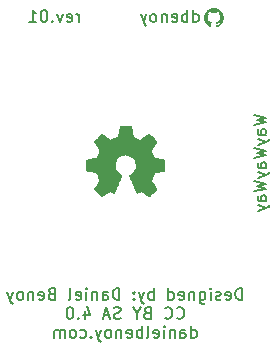
<source format=gbr>
%TF.GenerationSoftware,KiCad,Pcbnew,8.0.4*%
%TF.CreationDate,2024-08-30T21:23:55-04:00*%
%TF.ProjectId,thumbstick-breakout,7468756d-6273-4746-9963-6b2d62726561,rev.01*%
%TF.SameCoordinates,Original*%
%TF.FileFunction,Legend,Bot*%
%TF.FilePolarity,Positive*%
%FSLAX46Y46*%
G04 Gerber Fmt 4.6, Leading zero omitted, Abs format (unit mm)*
G04 Created by KiCad (PCBNEW 8.0.4) date 2024-08-30 21:23:55*
%MOMM*%
%LPD*%
G01*
G04 APERTURE LIST*
%ADD10C,0.150000*%
%ADD11C,0.000000*%
%ADD12C,0.010000*%
G04 APERTURE END LIST*
D10*
X160869819Y-95741541D02*
X161869819Y-95979636D01*
X161869819Y-95979636D02*
X161155533Y-96170112D01*
X161155533Y-96170112D02*
X161869819Y-96360588D01*
X161869819Y-96360588D02*
X160869819Y-96598684D01*
X161869819Y-97408207D02*
X161346009Y-97408207D01*
X161346009Y-97408207D02*
X161250771Y-97360588D01*
X161250771Y-97360588D02*
X161203152Y-97265350D01*
X161203152Y-97265350D02*
X161203152Y-97074874D01*
X161203152Y-97074874D02*
X161250771Y-96979636D01*
X161822200Y-97408207D02*
X161869819Y-97312969D01*
X161869819Y-97312969D02*
X161869819Y-97074874D01*
X161869819Y-97074874D02*
X161822200Y-96979636D01*
X161822200Y-96979636D02*
X161726961Y-96932017D01*
X161726961Y-96932017D02*
X161631723Y-96932017D01*
X161631723Y-96932017D02*
X161536485Y-96979636D01*
X161536485Y-96979636D02*
X161488866Y-97074874D01*
X161488866Y-97074874D02*
X161488866Y-97312969D01*
X161488866Y-97312969D02*
X161441247Y-97408207D01*
X161203152Y-97789160D02*
X161869819Y-98027255D01*
X161203152Y-98265350D02*
X161869819Y-98027255D01*
X161869819Y-98027255D02*
X162107914Y-97932017D01*
X162107914Y-97932017D02*
X162155533Y-97884398D01*
X162155533Y-97884398D02*
X162203152Y-97789160D01*
X160869819Y-98551065D02*
X161869819Y-98789160D01*
X161869819Y-98789160D02*
X161155533Y-98979636D01*
X161155533Y-98979636D02*
X161869819Y-99170112D01*
X161869819Y-99170112D02*
X160869819Y-99408208D01*
X161869819Y-100217731D02*
X161346009Y-100217731D01*
X161346009Y-100217731D02*
X161250771Y-100170112D01*
X161250771Y-100170112D02*
X161203152Y-100074874D01*
X161203152Y-100074874D02*
X161203152Y-99884398D01*
X161203152Y-99884398D02*
X161250771Y-99789160D01*
X161822200Y-100217731D02*
X161869819Y-100122493D01*
X161869819Y-100122493D02*
X161869819Y-99884398D01*
X161869819Y-99884398D02*
X161822200Y-99789160D01*
X161822200Y-99789160D02*
X161726961Y-99741541D01*
X161726961Y-99741541D02*
X161631723Y-99741541D01*
X161631723Y-99741541D02*
X161536485Y-99789160D01*
X161536485Y-99789160D02*
X161488866Y-99884398D01*
X161488866Y-99884398D02*
X161488866Y-100122493D01*
X161488866Y-100122493D02*
X161441247Y-100217731D01*
X161203152Y-100598684D02*
X161869819Y-100836779D01*
X161203152Y-101074874D02*
X161869819Y-100836779D01*
X161869819Y-100836779D02*
X162107914Y-100741541D01*
X162107914Y-100741541D02*
X162155533Y-100693922D01*
X162155533Y-100693922D02*
X162203152Y-100598684D01*
X160869819Y-101360589D02*
X161869819Y-101598684D01*
X161869819Y-101598684D02*
X161155533Y-101789160D01*
X161155533Y-101789160D02*
X161869819Y-101979636D01*
X161869819Y-101979636D02*
X160869819Y-102217732D01*
X161869819Y-103027255D02*
X161346009Y-103027255D01*
X161346009Y-103027255D02*
X161250771Y-102979636D01*
X161250771Y-102979636D02*
X161203152Y-102884398D01*
X161203152Y-102884398D02*
X161203152Y-102693922D01*
X161203152Y-102693922D02*
X161250771Y-102598684D01*
X161822200Y-103027255D02*
X161869819Y-102932017D01*
X161869819Y-102932017D02*
X161869819Y-102693922D01*
X161869819Y-102693922D02*
X161822200Y-102598684D01*
X161822200Y-102598684D02*
X161726961Y-102551065D01*
X161726961Y-102551065D02*
X161631723Y-102551065D01*
X161631723Y-102551065D02*
X161536485Y-102598684D01*
X161536485Y-102598684D02*
X161488866Y-102693922D01*
X161488866Y-102693922D02*
X161488866Y-102932017D01*
X161488866Y-102932017D02*
X161441247Y-103027255D01*
X161203152Y-103408208D02*
X161869819Y-103646303D01*
X161203152Y-103884398D02*
X161869819Y-103646303D01*
X161869819Y-103646303D02*
X162107914Y-103551065D01*
X162107914Y-103551065D02*
X162155533Y-103503446D01*
X162155533Y-103503446D02*
X162203152Y-103408208D01*
X155734649Y-87869819D02*
X155734649Y-86869819D01*
X155734649Y-87822200D02*
X155829887Y-87869819D01*
X155829887Y-87869819D02*
X156020363Y-87869819D01*
X156020363Y-87869819D02*
X156115601Y-87822200D01*
X156115601Y-87822200D02*
X156163220Y-87774580D01*
X156163220Y-87774580D02*
X156210839Y-87679342D01*
X156210839Y-87679342D02*
X156210839Y-87393628D01*
X156210839Y-87393628D02*
X156163220Y-87298390D01*
X156163220Y-87298390D02*
X156115601Y-87250771D01*
X156115601Y-87250771D02*
X156020363Y-87203152D01*
X156020363Y-87203152D02*
X155829887Y-87203152D01*
X155829887Y-87203152D02*
X155734649Y-87250771D01*
X155258458Y-87869819D02*
X155258458Y-86869819D01*
X155258458Y-87250771D02*
X155163220Y-87203152D01*
X155163220Y-87203152D02*
X154972744Y-87203152D01*
X154972744Y-87203152D02*
X154877506Y-87250771D01*
X154877506Y-87250771D02*
X154829887Y-87298390D01*
X154829887Y-87298390D02*
X154782268Y-87393628D01*
X154782268Y-87393628D02*
X154782268Y-87679342D01*
X154782268Y-87679342D02*
X154829887Y-87774580D01*
X154829887Y-87774580D02*
X154877506Y-87822200D01*
X154877506Y-87822200D02*
X154972744Y-87869819D01*
X154972744Y-87869819D02*
X155163220Y-87869819D01*
X155163220Y-87869819D02*
X155258458Y-87822200D01*
X153972744Y-87822200D02*
X154067982Y-87869819D01*
X154067982Y-87869819D02*
X154258458Y-87869819D01*
X154258458Y-87869819D02*
X154353696Y-87822200D01*
X154353696Y-87822200D02*
X154401315Y-87726961D01*
X154401315Y-87726961D02*
X154401315Y-87346009D01*
X154401315Y-87346009D02*
X154353696Y-87250771D01*
X154353696Y-87250771D02*
X154258458Y-87203152D01*
X154258458Y-87203152D02*
X154067982Y-87203152D01*
X154067982Y-87203152D02*
X153972744Y-87250771D01*
X153972744Y-87250771D02*
X153925125Y-87346009D01*
X153925125Y-87346009D02*
X153925125Y-87441247D01*
X153925125Y-87441247D02*
X154401315Y-87536485D01*
X153496553Y-87203152D02*
X153496553Y-87869819D01*
X153496553Y-87298390D02*
X153448934Y-87250771D01*
X153448934Y-87250771D02*
X153353696Y-87203152D01*
X153353696Y-87203152D02*
X153210839Y-87203152D01*
X153210839Y-87203152D02*
X153115601Y-87250771D01*
X153115601Y-87250771D02*
X153067982Y-87346009D01*
X153067982Y-87346009D02*
X153067982Y-87869819D01*
X152448934Y-87869819D02*
X152544172Y-87822200D01*
X152544172Y-87822200D02*
X152591791Y-87774580D01*
X152591791Y-87774580D02*
X152639410Y-87679342D01*
X152639410Y-87679342D02*
X152639410Y-87393628D01*
X152639410Y-87393628D02*
X152591791Y-87298390D01*
X152591791Y-87298390D02*
X152544172Y-87250771D01*
X152544172Y-87250771D02*
X152448934Y-87203152D01*
X152448934Y-87203152D02*
X152306077Y-87203152D01*
X152306077Y-87203152D02*
X152210839Y-87250771D01*
X152210839Y-87250771D02*
X152163220Y-87298390D01*
X152163220Y-87298390D02*
X152115601Y-87393628D01*
X152115601Y-87393628D02*
X152115601Y-87679342D01*
X152115601Y-87679342D02*
X152163220Y-87774580D01*
X152163220Y-87774580D02*
X152210839Y-87822200D01*
X152210839Y-87822200D02*
X152306077Y-87869819D01*
X152306077Y-87869819D02*
X152448934Y-87869819D01*
X151782267Y-87203152D02*
X151544172Y-87869819D01*
X151306077Y-87203152D02*
X151544172Y-87869819D01*
X151544172Y-87869819D02*
X151639410Y-88107914D01*
X151639410Y-88107914D02*
X151687029Y-88155533D01*
X151687029Y-88155533D02*
X151782267Y-88203152D01*
X159880952Y-111399931D02*
X159880952Y-110399931D01*
X159880952Y-110399931D02*
X159642857Y-110399931D01*
X159642857Y-110399931D02*
X159500000Y-110447550D01*
X159500000Y-110447550D02*
X159404762Y-110542788D01*
X159404762Y-110542788D02*
X159357143Y-110638026D01*
X159357143Y-110638026D02*
X159309524Y-110828502D01*
X159309524Y-110828502D02*
X159309524Y-110971359D01*
X159309524Y-110971359D02*
X159357143Y-111161835D01*
X159357143Y-111161835D02*
X159404762Y-111257073D01*
X159404762Y-111257073D02*
X159500000Y-111352312D01*
X159500000Y-111352312D02*
X159642857Y-111399931D01*
X159642857Y-111399931D02*
X159880952Y-111399931D01*
X158500000Y-111352312D02*
X158595238Y-111399931D01*
X158595238Y-111399931D02*
X158785714Y-111399931D01*
X158785714Y-111399931D02*
X158880952Y-111352312D01*
X158880952Y-111352312D02*
X158928571Y-111257073D01*
X158928571Y-111257073D02*
X158928571Y-110876121D01*
X158928571Y-110876121D02*
X158880952Y-110780883D01*
X158880952Y-110780883D02*
X158785714Y-110733264D01*
X158785714Y-110733264D02*
X158595238Y-110733264D01*
X158595238Y-110733264D02*
X158500000Y-110780883D01*
X158500000Y-110780883D02*
X158452381Y-110876121D01*
X158452381Y-110876121D02*
X158452381Y-110971359D01*
X158452381Y-110971359D02*
X158928571Y-111066597D01*
X158071428Y-111352312D02*
X157976190Y-111399931D01*
X157976190Y-111399931D02*
X157785714Y-111399931D01*
X157785714Y-111399931D02*
X157690476Y-111352312D01*
X157690476Y-111352312D02*
X157642857Y-111257073D01*
X157642857Y-111257073D02*
X157642857Y-111209454D01*
X157642857Y-111209454D02*
X157690476Y-111114216D01*
X157690476Y-111114216D02*
X157785714Y-111066597D01*
X157785714Y-111066597D02*
X157928571Y-111066597D01*
X157928571Y-111066597D02*
X158023809Y-111018978D01*
X158023809Y-111018978D02*
X158071428Y-110923740D01*
X158071428Y-110923740D02*
X158071428Y-110876121D01*
X158071428Y-110876121D02*
X158023809Y-110780883D01*
X158023809Y-110780883D02*
X157928571Y-110733264D01*
X157928571Y-110733264D02*
X157785714Y-110733264D01*
X157785714Y-110733264D02*
X157690476Y-110780883D01*
X157214285Y-111399931D02*
X157214285Y-110733264D01*
X157214285Y-110399931D02*
X157261904Y-110447550D01*
X157261904Y-110447550D02*
X157214285Y-110495169D01*
X157214285Y-110495169D02*
X157166666Y-110447550D01*
X157166666Y-110447550D02*
X157214285Y-110399931D01*
X157214285Y-110399931D02*
X157214285Y-110495169D01*
X156309524Y-110733264D02*
X156309524Y-111542788D01*
X156309524Y-111542788D02*
X156357143Y-111638026D01*
X156357143Y-111638026D02*
X156404762Y-111685645D01*
X156404762Y-111685645D02*
X156500000Y-111733264D01*
X156500000Y-111733264D02*
X156642857Y-111733264D01*
X156642857Y-111733264D02*
X156738095Y-111685645D01*
X156309524Y-111352312D02*
X156404762Y-111399931D01*
X156404762Y-111399931D02*
X156595238Y-111399931D01*
X156595238Y-111399931D02*
X156690476Y-111352312D01*
X156690476Y-111352312D02*
X156738095Y-111304692D01*
X156738095Y-111304692D02*
X156785714Y-111209454D01*
X156785714Y-111209454D02*
X156785714Y-110923740D01*
X156785714Y-110923740D02*
X156738095Y-110828502D01*
X156738095Y-110828502D02*
X156690476Y-110780883D01*
X156690476Y-110780883D02*
X156595238Y-110733264D01*
X156595238Y-110733264D02*
X156404762Y-110733264D01*
X156404762Y-110733264D02*
X156309524Y-110780883D01*
X155833333Y-110733264D02*
X155833333Y-111399931D01*
X155833333Y-110828502D02*
X155785714Y-110780883D01*
X155785714Y-110780883D02*
X155690476Y-110733264D01*
X155690476Y-110733264D02*
X155547619Y-110733264D01*
X155547619Y-110733264D02*
X155452381Y-110780883D01*
X155452381Y-110780883D02*
X155404762Y-110876121D01*
X155404762Y-110876121D02*
X155404762Y-111399931D01*
X154547619Y-111352312D02*
X154642857Y-111399931D01*
X154642857Y-111399931D02*
X154833333Y-111399931D01*
X154833333Y-111399931D02*
X154928571Y-111352312D01*
X154928571Y-111352312D02*
X154976190Y-111257073D01*
X154976190Y-111257073D02*
X154976190Y-110876121D01*
X154976190Y-110876121D02*
X154928571Y-110780883D01*
X154928571Y-110780883D02*
X154833333Y-110733264D01*
X154833333Y-110733264D02*
X154642857Y-110733264D01*
X154642857Y-110733264D02*
X154547619Y-110780883D01*
X154547619Y-110780883D02*
X154500000Y-110876121D01*
X154500000Y-110876121D02*
X154500000Y-110971359D01*
X154500000Y-110971359D02*
X154976190Y-111066597D01*
X153642857Y-111399931D02*
X153642857Y-110399931D01*
X153642857Y-111352312D02*
X153738095Y-111399931D01*
X153738095Y-111399931D02*
X153928571Y-111399931D01*
X153928571Y-111399931D02*
X154023809Y-111352312D01*
X154023809Y-111352312D02*
X154071428Y-111304692D01*
X154071428Y-111304692D02*
X154119047Y-111209454D01*
X154119047Y-111209454D02*
X154119047Y-110923740D01*
X154119047Y-110923740D02*
X154071428Y-110828502D01*
X154071428Y-110828502D02*
X154023809Y-110780883D01*
X154023809Y-110780883D02*
X153928571Y-110733264D01*
X153928571Y-110733264D02*
X153738095Y-110733264D01*
X153738095Y-110733264D02*
X153642857Y-110780883D01*
X152404761Y-111399931D02*
X152404761Y-110399931D01*
X152404761Y-110780883D02*
X152309523Y-110733264D01*
X152309523Y-110733264D02*
X152119047Y-110733264D01*
X152119047Y-110733264D02*
X152023809Y-110780883D01*
X152023809Y-110780883D02*
X151976190Y-110828502D01*
X151976190Y-110828502D02*
X151928571Y-110923740D01*
X151928571Y-110923740D02*
X151928571Y-111209454D01*
X151928571Y-111209454D02*
X151976190Y-111304692D01*
X151976190Y-111304692D02*
X152023809Y-111352312D01*
X152023809Y-111352312D02*
X152119047Y-111399931D01*
X152119047Y-111399931D02*
X152309523Y-111399931D01*
X152309523Y-111399931D02*
X152404761Y-111352312D01*
X151595237Y-110733264D02*
X151357142Y-111399931D01*
X151119047Y-110733264D02*
X151357142Y-111399931D01*
X151357142Y-111399931D02*
X151452380Y-111638026D01*
X151452380Y-111638026D02*
X151499999Y-111685645D01*
X151499999Y-111685645D02*
X151595237Y-111733264D01*
X150738094Y-111304692D02*
X150690475Y-111352312D01*
X150690475Y-111352312D02*
X150738094Y-111399931D01*
X150738094Y-111399931D02*
X150785713Y-111352312D01*
X150785713Y-111352312D02*
X150738094Y-111304692D01*
X150738094Y-111304692D02*
X150738094Y-111399931D01*
X150738094Y-110780883D02*
X150690475Y-110828502D01*
X150690475Y-110828502D02*
X150738094Y-110876121D01*
X150738094Y-110876121D02*
X150785713Y-110828502D01*
X150785713Y-110828502D02*
X150738094Y-110780883D01*
X150738094Y-110780883D02*
X150738094Y-110876121D01*
X149499999Y-111399931D02*
X149499999Y-110399931D01*
X149499999Y-110399931D02*
X149261904Y-110399931D01*
X149261904Y-110399931D02*
X149119047Y-110447550D01*
X149119047Y-110447550D02*
X149023809Y-110542788D01*
X149023809Y-110542788D02*
X148976190Y-110638026D01*
X148976190Y-110638026D02*
X148928571Y-110828502D01*
X148928571Y-110828502D02*
X148928571Y-110971359D01*
X148928571Y-110971359D02*
X148976190Y-111161835D01*
X148976190Y-111161835D02*
X149023809Y-111257073D01*
X149023809Y-111257073D02*
X149119047Y-111352312D01*
X149119047Y-111352312D02*
X149261904Y-111399931D01*
X149261904Y-111399931D02*
X149499999Y-111399931D01*
X148071428Y-111399931D02*
X148071428Y-110876121D01*
X148071428Y-110876121D02*
X148119047Y-110780883D01*
X148119047Y-110780883D02*
X148214285Y-110733264D01*
X148214285Y-110733264D02*
X148404761Y-110733264D01*
X148404761Y-110733264D02*
X148499999Y-110780883D01*
X148071428Y-111352312D02*
X148166666Y-111399931D01*
X148166666Y-111399931D02*
X148404761Y-111399931D01*
X148404761Y-111399931D02*
X148499999Y-111352312D01*
X148499999Y-111352312D02*
X148547618Y-111257073D01*
X148547618Y-111257073D02*
X148547618Y-111161835D01*
X148547618Y-111161835D02*
X148499999Y-111066597D01*
X148499999Y-111066597D02*
X148404761Y-111018978D01*
X148404761Y-111018978D02*
X148166666Y-111018978D01*
X148166666Y-111018978D02*
X148071428Y-110971359D01*
X147595237Y-110733264D02*
X147595237Y-111399931D01*
X147595237Y-110828502D02*
X147547618Y-110780883D01*
X147547618Y-110780883D02*
X147452380Y-110733264D01*
X147452380Y-110733264D02*
X147309523Y-110733264D01*
X147309523Y-110733264D02*
X147214285Y-110780883D01*
X147214285Y-110780883D02*
X147166666Y-110876121D01*
X147166666Y-110876121D02*
X147166666Y-111399931D01*
X146690475Y-111399931D02*
X146690475Y-110733264D01*
X146690475Y-110399931D02*
X146738094Y-110447550D01*
X146738094Y-110447550D02*
X146690475Y-110495169D01*
X146690475Y-110495169D02*
X146642856Y-110447550D01*
X146642856Y-110447550D02*
X146690475Y-110399931D01*
X146690475Y-110399931D02*
X146690475Y-110495169D01*
X145833333Y-111352312D02*
X145928571Y-111399931D01*
X145928571Y-111399931D02*
X146119047Y-111399931D01*
X146119047Y-111399931D02*
X146214285Y-111352312D01*
X146214285Y-111352312D02*
X146261904Y-111257073D01*
X146261904Y-111257073D02*
X146261904Y-110876121D01*
X146261904Y-110876121D02*
X146214285Y-110780883D01*
X146214285Y-110780883D02*
X146119047Y-110733264D01*
X146119047Y-110733264D02*
X145928571Y-110733264D01*
X145928571Y-110733264D02*
X145833333Y-110780883D01*
X145833333Y-110780883D02*
X145785714Y-110876121D01*
X145785714Y-110876121D02*
X145785714Y-110971359D01*
X145785714Y-110971359D02*
X146261904Y-111066597D01*
X145214285Y-111399931D02*
X145309523Y-111352312D01*
X145309523Y-111352312D02*
X145357142Y-111257073D01*
X145357142Y-111257073D02*
X145357142Y-110399931D01*
X143738094Y-110876121D02*
X143595237Y-110923740D01*
X143595237Y-110923740D02*
X143547618Y-110971359D01*
X143547618Y-110971359D02*
X143499999Y-111066597D01*
X143499999Y-111066597D02*
X143499999Y-111209454D01*
X143499999Y-111209454D02*
X143547618Y-111304692D01*
X143547618Y-111304692D02*
X143595237Y-111352312D01*
X143595237Y-111352312D02*
X143690475Y-111399931D01*
X143690475Y-111399931D02*
X144071427Y-111399931D01*
X144071427Y-111399931D02*
X144071427Y-110399931D01*
X144071427Y-110399931D02*
X143738094Y-110399931D01*
X143738094Y-110399931D02*
X143642856Y-110447550D01*
X143642856Y-110447550D02*
X143595237Y-110495169D01*
X143595237Y-110495169D02*
X143547618Y-110590407D01*
X143547618Y-110590407D02*
X143547618Y-110685645D01*
X143547618Y-110685645D02*
X143595237Y-110780883D01*
X143595237Y-110780883D02*
X143642856Y-110828502D01*
X143642856Y-110828502D02*
X143738094Y-110876121D01*
X143738094Y-110876121D02*
X144071427Y-110876121D01*
X142690475Y-111352312D02*
X142785713Y-111399931D01*
X142785713Y-111399931D02*
X142976189Y-111399931D01*
X142976189Y-111399931D02*
X143071427Y-111352312D01*
X143071427Y-111352312D02*
X143119046Y-111257073D01*
X143119046Y-111257073D02*
X143119046Y-110876121D01*
X143119046Y-110876121D02*
X143071427Y-110780883D01*
X143071427Y-110780883D02*
X142976189Y-110733264D01*
X142976189Y-110733264D02*
X142785713Y-110733264D01*
X142785713Y-110733264D02*
X142690475Y-110780883D01*
X142690475Y-110780883D02*
X142642856Y-110876121D01*
X142642856Y-110876121D02*
X142642856Y-110971359D01*
X142642856Y-110971359D02*
X143119046Y-111066597D01*
X142214284Y-110733264D02*
X142214284Y-111399931D01*
X142214284Y-110828502D02*
X142166665Y-110780883D01*
X142166665Y-110780883D02*
X142071427Y-110733264D01*
X142071427Y-110733264D02*
X141928570Y-110733264D01*
X141928570Y-110733264D02*
X141833332Y-110780883D01*
X141833332Y-110780883D02*
X141785713Y-110876121D01*
X141785713Y-110876121D02*
X141785713Y-111399931D01*
X141166665Y-111399931D02*
X141261903Y-111352312D01*
X141261903Y-111352312D02*
X141309522Y-111304692D01*
X141309522Y-111304692D02*
X141357141Y-111209454D01*
X141357141Y-111209454D02*
X141357141Y-110923740D01*
X141357141Y-110923740D02*
X141309522Y-110828502D01*
X141309522Y-110828502D02*
X141261903Y-110780883D01*
X141261903Y-110780883D02*
X141166665Y-110733264D01*
X141166665Y-110733264D02*
X141023808Y-110733264D01*
X141023808Y-110733264D02*
X140928570Y-110780883D01*
X140928570Y-110780883D02*
X140880951Y-110828502D01*
X140880951Y-110828502D02*
X140833332Y-110923740D01*
X140833332Y-110923740D02*
X140833332Y-111209454D01*
X140833332Y-111209454D02*
X140880951Y-111304692D01*
X140880951Y-111304692D02*
X140928570Y-111352312D01*
X140928570Y-111352312D02*
X141023808Y-111399931D01*
X141023808Y-111399931D02*
X141166665Y-111399931D01*
X140499998Y-110733264D02*
X140261903Y-111399931D01*
X140023808Y-110733264D02*
X140261903Y-111399931D01*
X140261903Y-111399931D02*
X140357141Y-111638026D01*
X140357141Y-111638026D02*
X140404760Y-111685645D01*
X140404760Y-111685645D02*
X140499998Y-111733264D01*
X154357143Y-112914636D02*
X154404762Y-112962256D01*
X154404762Y-112962256D02*
X154547619Y-113009875D01*
X154547619Y-113009875D02*
X154642857Y-113009875D01*
X154642857Y-113009875D02*
X154785714Y-112962256D01*
X154785714Y-112962256D02*
X154880952Y-112867017D01*
X154880952Y-112867017D02*
X154928571Y-112771779D01*
X154928571Y-112771779D02*
X154976190Y-112581303D01*
X154976190Y-112581303D02*
X154976190Y-112438446D01*
X154976190Y-112438446D02*
X154928571Y-112247970D01*
X154928571Y-112247970D02*
X154880952Y-112152732D01*
X154880952Y-112152732D02*
X154785714Y-112057494D01*
X154785714Y-112057494D02*
X154642857Y-112009875D01*
X154642857Y-112009875D02*
X154547619Y-112009875D01*
X154547619Y-112009875D02*
X154404762Y-112057494D01*
X154404762Y-112057494D02*
X154357143Y-112105113D01*
X153357143Y-112914636D02*
X153404762Y-112962256D01*
X153404762Y-112962256D02*
X153547619Y-113009875D01*
X153547619Y-113009875D02*
X153642857Y-113009875D01*
X153642857Y-113009875D02*
X153785714Y-112962256D01*
X153785714Y-112962256D02*
X153880952Y-112867017D01*
X153880952Y-112867017D02*
X153928571Y-112771779D01*
X153928571Y-112771779D02*
X153976190Y-112581303D01*
X153976190Y-112581303D02*
X153976190Y-112438446D01*
X153976190Y-112438446D02*
X153928571Y-112247970D01*
X153928571Y-112247970D02*
X153880952Y-112152732D01*
X153880952Y-112152732D02*
X153785714Y-112057494D01*
X153785714Y-112057494D02*
X153642857Y-112009875D01*
X153642857Y-112009875D02*
X153547619Y-112009875D01*
X153547619Y-112009875D02*
X153404762Y-112057494D01*
X153404762Y-112057494D02*
X153357143Y-112105113D01*
X151833333Y-112486065D02*
X151690476Y-112533684D01*
X151690476Y-112533684D02*
X151642857Y-112581303D01*
X151642857Y-112581303D02*
X151595238Y-112676541D01*
X151595238Y-112676541D02*
X151595238Y-112819398D01*
X151595238Y-112819398D02*
X151642857Y-112914636D01*
X151642857Y-112914636D02*
X151690476Y-112962256D01*
X151690476Y-112962256D02*
X151785714Y-113009875D01*
X151785714Y-113009875D02*
X152166666Y-113009875D01*
X152166666Y-113009875D02*
X152166666Y-112009875D01*
X152166666Y-112009875D02*
X151833333Y-112009875D01*
X151833333Y-112009875D02*
X151738095Y-112057494D01*
X151738095Y-112057494D02*
X151690476Y-112105113D01*
X151690476Y-112105113D02*
X151642857Y-112200351D01*
X151642857Y-112200351D02*
X151642857Y-112295589D01*
X151642857Y-112295589D02*
X151690476Y-112390827D01*
X151690476Y-112390827D02*
X151738095Y-112438446D01*
X151738095Y-112438446D02*
X151833333Y-112486065D01*
X151833333Y-112486065D02*
X152166666Y-112486065D01*
X150976190Y-112533684D02*
X150976190Y-113009875D01*
X151309523Y-112009875D02*
X150976190Y-112533684D01*
X150976190Y-112533684D02*
X150642857Y-112009875D01*
X149595237Y-112962256D02*
X149452380Y-113009875D01*
X149452380Y-113009875D02*
X149214285Y-113009875D01*
X149214285Y-113009875D02*
X149119047Y-112962256D01*
X149119047Y-112962256D02*
X149071428Y-112914636D01*
X149071428Y-112914636D02*
X149023809Y-112819398D01*
X149023809Y-112819398D02*
X149023809Y-112724160D01*
X149023809Y-112724160D02*
X149071428Y-112628922D01*
X149071428Y-112628922D02*
X149119047Y-112581303D01*
X149119047Y-112581303D02*
X149214285Y-112533684D01*
X149214285Y-112533684D02*
X149404761Y-112486065D01*
X149404761Y-112486065D02*
X149499999Y-112438446D01*
X149499999Y-112438446D02*
X149547618Y-112390827D01*
X149547618Y-112390827D02*
X149595237Y-112295589D01*
X149595237Y-112295589D02*
X149595237Y-112200351D01*
X149595237Y-112200351D02*
X149547618Y-112105113D01*
X149547618Y-112105113D02*
X149499999Y-112057494D01*
X149499999Y-112057494D02*
X149404761Y-112009875D01*
X149404761Y-112009875D02*
X149166666Y-112009875D01*
X149166666Y-112009875D02*
X149023809Y-112057494D01*
X148642856Y-112724160D02*
X148166666Y-112724160D01*
X148738094Y-113009875D02*
X148404761Y-112009875D01*
X148404761Y-112009875D02*
X148071428Y-113009875D01*
X146547618Y-112343208D02*
X146547618Y-113009875D01*
X146785713Y-111962256D02*
X147023808Y-112676541D01*
X147023808Y-112676541D02*
X146404761Y-112676541D01*
X146023808Y-112914636D02*
X145976189Y-112962256D01*
X145976189Y-112962256D02*
X146023808Y-113009875D01*
X146023808Y-113009875D02*
X146071427Y-112962256D01*
X146071427Y-112962256D02*
X146023808Y-112914636D01*
X146023808Y-112914636D02*
X146023808Y-113009875D01*
X145357142Y-112009875D02*
X145261904Y-112009875D01*
X145261904Y-112009875D02*
X145166666Y-112057494D01*
X145166666Y-112057494D02*
X145119047Y-112105113D01*
X145119047Y-112105113D02*
X145071428Y-112200351D01*
X145071428Y-112200351D02*
X145023809Y-112390827D01*
X145023809Y-112390827D02*
X145023809Y-112628922D01*
X145023809Y-112628922D02*
X145071428Y-112819398D01*
X145071428Y-112819398D02*
X145119047Y-112914636D01*
X145119047Y-112914636D02*
X145166666Y-112962256D01*
X145166666Y-112962256D02*
X145261904Y-113009875D01*
X145261904Y-113009875D02*
X145357142Y-113009875D01*
X145357142Y-113009875D02*
X145452380Y-112962256D01*
X145452380Y-112962256D02*
X145499999Y-112914636D01*
X145499999Y-112914636D02*
X145547618Y-112819398D01*
X145547618Y-112819398D02*
X145595237Y-112628922D01*
X145595237Y-112628922D02*
X145595237Y-112390827D01*
X145595237Y-112390827D02*
X145547618Y-112200351D01*
X145547618Y-112200351D02*
X145499999Y-112105113D01*
X145499999Y-112105113D02*
X145452380Y-112057494D01*
X145452380Y-112057494D02*
X145357142Y-112009875D01*
X155571428Y-114619819D02*
X155571428Y-113619819D01*
X155571428Y-114572200D02*
X155666666Y-114619819D01*
X155666666Y-114619819D02*
X155857142Y-114619819D01*
X155857142Y-114619819D02*
X155952380Y-114572200D01*
X155952380Y-114572200D02*
X155999999Y-114524580D01*
X155999999Y-114524580D02*
X156047618Y-114429342D01*
X156047618Y-114429342D02*
X156047618Y-114143628D01*
X156047618Y-114143628D02*
X155999999Y-114048390D01*
X155999999Y-114048390D02*
X155952380Y-114000771D01*
X155952380Y-114000771D02*
X155857142Y-113953152D01*
X155857142Y-113953152D02*
X155666666Y-113953152D01*
X155666666Y-113953152D02*
X155571428Y-114000771D01*
X154666666Y-114619819D02*
X154666666Y-114096009D01*
X154666666Y-114096009D02*
X154714285Y-114000771D01*
X154714285Y-114000771D02*
X154809523Y-113953152D01*
X154809523Y-113953152D02*
X154999999Y-113953152D01*
X154999999Y-113953152D02*
X155095237Y-114000771D01*
X154666666Y-114572200D02*
X154761904Y-114619819D01*
X154761904Y-114619819D02*
X154999999Y-114619819D01*
X154999999Y-114619819D02*
X155095237Y-114572200D01*
X155095237Y-114572200D02*
X155142856Y-114476961D01*
X155142856Y-114476961D02*
X155142856Y-114381723D01*
X155142856Y-114381723D02*
X155095237Y-114286485D01*
X155095237Y-114286485D02*
X154999999Y-114238866D01*
X154999999Y-114238866D02*
X154761904Y-114238866D01*
X154761904Y-114238866D02*
X154666666Y-114191247D01*
X154190475Y-113953152D02*
X154190475Y-114619819D01*
X154190475Y-114048390D02*
X154142856Y-114000771D01*
X154142856Y-114000771D02*
X154047618Y-113953152D01*
X154047618Y-113953152D02*
X153904761Y-113953152D01*
X153904761Y-113953152D02*
X153809523Y-114000771D01*
X153809523Y-114000771D02*
X153761904Y-114096009D01*
X153761904Y-114096009D02*
X153761904Y-114619819D01*
X153285713Y-114619819D02*
X153285713Y-113953152D01*
X153285713Y-113619819D02*
X153333332Y-113667438D01*
X153333332Y-113667438D02*
X153285713Y-113715057D01*
X153285713Y-113715057D02*
X153238094Y-113667438D01*
X153238094Y-113667438D02*
X153285713Y-113619819D01*
X153285713Y-113619819D02*
X153285713Y-113715057D01*
X152428571Y-114572200D02*
X152523809Y-114619819D01*
X152523809Y-114619819D02*
X152714285Y-114619819D01*
X152714285Y-114619819D02*
X152809523Y-114572200D01*
X152809523Y-114572200D02*
X152857142Y-114476961D01*
X152857142Y-114476961D02*
X152857142Y-114096009D01*
X152857142Y-114096009D02*
X152809523Y-114000771D01*
X152809523Y-114000771D02*
X152714285Y-113953152D01*
X152714285Y-113953152D02*
X152523809Y-113953152D01*
X152523809Y-113953152D02*
X152428571Y-114000771D01*
X152428571Y-114000771D02*
X152380952Y-114096009D01*
X152380952Y-114096009D02*
X152380952Y-114191247D01*
X152380952Y-114191247D02*
X152857142Y-114286485D01*
X151809523Y-114619819D02*
X151904761Y-114572200D01*
X151904761Y-114572200D02*
X151952380Y-114476961D01*
X151952380Y-114476961D02*
X151952380Y-113619819D01*
X151428570Y-114619819D02*
X151428570Y-113619819D01*
X151428570Y-114000771D02*
X151333332Y-113953152D01*
X151333332Y-113953152D02*
X151142856Y-113953152D01*
X151142856Y-113953152D02*
X151047618Y-114000771D01*
X151047618Y-114000771D02*
X150999999Y-114048390D01*
X150999999Y-114048390D02*
X150952380Y-114143628D01*
X150952380Y-114143628D02*
X150952380Y-114429342D01*
X150952380Y-114429342D02*
X150999999Y-114524580D01*
X150999999Y-114524580D02*
X151047618Y-114572200D01*
X151047618Y-114572200D02*
X151142856Y-114619819D01*
X151142856Y-114619819D02*
X151333332Y-114619819D01*
X151333332Y-114619819D02*
X151428570Y-114572200D01*
X150142856Y-114572200D02*
X150238094Y-114619819D01*
X150238094Y-114619819D02*
X150428570Y-114619819D01*
X150428570Y-114619819D02*
X150523808Y-114572200D01*
X150523808Y-114572200D02*
X150571427Y-114476961D01*
X150571427Y-114476961D02*
X150571427Y-114096009D01*
X150571427Y-114096009D02*
X150523808Y-114000771D01*
X150523808Y-114000771D02*
X150428570Y-113953152D01*
X150428570Y-113953152D02*
X150238094Y-113953152D01*
X150238094Y-113953152D02*
X150142856Y-114000771D01*
X150142856Y-114000771D02*
X150095237Y-114096009D01*
X150095237Y-114096009D02*
X150095237Y-114191247D01*
X150095237Y-114191247D02*
X150571427Y-114286485D01*
X149666665Y-113953152D02*
X149666665Y-114619819D01*
X149666665Y-114048390D02*
X149619046Y-114000771D01*
X149619046Y-114000771D02*
X149523808Y-113953152D01*
X149523808Y-113953152D02*
X149380951Y-113953152D01*
X149380951Y-113953152D02*
X149285713Y-114000771D01*
X149285713Y-114000771D02*
X149238094Y-114096009D01*
X149238094Y-114096009D02*
X149238094Y-114619819D01*
X148619046Y-114619819D02*
X148714284Y-114572200D01*
X148714284Y-114572200D02*
X148761903Y-114524580D01*
X148761903Y-114524580D02*
X148809522Y-114429342D01*
X148809522Y-114429342D02*
X148809522Y-114143628D01*
X148809522Y-114143628D02*
X148761903Y-114048390D01*
X148761903Y-114048390D02*
X148714284Y-114000771D01*
X148714284Y-114000771D02*
X148619046Y-113953152D01*
X148619046Y-113953152D02*
X148476189Y-113953152D01*
X148476189Y-113953152D02*
X148380951Y-114000771D01*
X148380951Y-114000771D02*
X148333332Y-114048390D01*
X148333332Y-114048390D02*
X148285713Y-114143628D01*
X148285713Y-114143628D02*
X148285713Y-114429342D01*
X148285713Y-114429342D02*
X148333332Y-114524580D01*
X148333332Y-114524580D02*
X148380951Y-114572200D01*
X148380951Y-114572200D02*
X148476189Y-114619819D01*
X148476189Y-114619819D02*
X148619046Y-114619819D01*
X147952379Y-113953152D02*
X147714284Y-114619819D01*
X147476189Y-113953152D02*
X147714284Y-114619819D01*
X147714284Y-114619819D02*
X147809522Y-114857914D01*
X147809522Y-114857914D02*
X147857141Y-114905533D01*
X147857141Y-114905533D02*
X147952379Y-114953152D01*
X147095236Y-114524580D02*
X147047617Y-114572200D01*
X147047617Y-114572200D02*
X147095236Y-114619819D01*
X147095236Y-114619819D02*
X147142855Y-114572200D01*
X147142855Y-114572200D02*
X147095236Y-114524580D01*
X147095236Y-114524580D02*
X147095236Y-114619819D01*
X146190475Y-114572200D02*
X146285713Y-114619819D01*
X146285713Y-114619819D02*
X146476189Y-114619819D01*
X146476189Y-114619819D02*
X146571427Y-114572200D01*
X146571427Y-114572200D02*
X146619046Y-114524580D01*
X146619046Y-114524580D02*
X146666665Y-114429342D01*
X146666665Y-114429342D02*
X146666665Y-114143628D01*
X146666665Y-114143628D02*
X146619046Y-114048390D01*
X146619046Y-114048390D02*
X146571427Y-114000771D01*
X146571427Y-114000771D02*
X146476189Y-113953152D01*
X146476189Y-113953152D02*
X146285713Y-113953152D01*
X146285713Y-113953152D02*
X146190475Y-114000771D01*
X145619046Y-114619819D02*
X145714284Y-114572200D01*
X145714284Y-114572200D02*
X145761903Y-114524580D01*
X145761903Y-114524580D02*
X145809522Y-114429342D01*
X145809522Y-114429342D02*
X145809522Y-114143628D01*
X145809522Y-114143628D02*
X145761903Y-114048390D01*
X145761903Y-114048390D02*
X145714284Y-114000771D01*
X145714284Y-114000771D02*
X145619046Y-113953152D01*
X145619046Y-113953152D02*
X145476189Y-113953152D01*
X145476189Y-113953152D02*
X145380951Y-114000771D01*
X145380951Y-114000771D02*
X145333332Y-114048390D01*
X145333332Y-114048390D02*
X145285713Y-114143628D01*
X145285713Y-114143628D02*
X145285713Y-114429342D01*
X145285713Y-114429342D02*
X145333332Y-114524580D01*
X145333332Y-114524580D02*
X145380951Y-114572200D01*
X145380951Y-114572200D02*
X145476189Y-114619819D01*
X145476189Y-114619819D02*
X145619046Y-114619819D01*
X144857141Y-114619819D02*
X144857141Y-113953152D01*
X144857141Y-114048390D02*
X144809522Y-114000771D01*
X144809522Y-114000771D02*
X144714284Y-113953152D01*
X144714284Y-113953152D02*
X144571427Y-113953152D01*
X144571427Y-113953152D02*
X144476189Y-114000771D01*
X144476189Y-114000771D02*
X144428570Y-114096009D01*
X144428570Y-114096009D02*
X144428570Y-114619819D01*
X144428570Y-114096009D02*
X144380951Y-114000771D01*
X144380951Y-114000771D02*
X144285713Y-113953152D01*
X144285713Y-113953152D02*
X144142856Y-113953152D01*
X144142856Y-113953152D02*
X144047617Y-114000771D01*
X144047617Y-114000771D02*
X143999998Y-114096009D01*
X143999998Y-114096009D02*
X143999998Y-114619819D01*
X146071428Y-87869819D02*
X146071428Y-87203152D01*
X146071428Y-87393628D02*
X146023809Y-87298390D01*
X146023809Y-87298390D02*
X145976190Y-87250771D01*
X145976190Y-87250771D02*
X145880952Y-87203152D01*
X145880952Y-87203152D02*
X145785714Y-87203152D01*
X145071428Y-87822200D02*
X145166666Y-87869819D01*
X145166666Y-87869819D02*
X145357142Y-87869819D01*
X145357142Y-87869819D02*
X145452380Y-87822200D01*
X145452380Y-87822200D02*
X145499999Y-87726961D01*
X145499999Y-87726961D02*
X145499999Y-87346009D01*
X145499999Y-87346009D02*
X145452380Y-87250771D01*
X145452380Y-87250771D02*
X145357142Y-87203152D01*
X145357142Y-87203152D02*
X145166666Y-87203152D01*
X145166666Y-87203152D02*
X145071428Y-87250771D01*
X145071428Y-87250771D02*
X145023809Y-87346009D01*
X145023809Y-87346009D02*
X145023809Y-87441247D01*
X145023809Y-87441247D02*
X145499999Y-87536485D01*
X144690475Y-87203152D02*
X144452380Y-87869819D01*
X144452380Y-87869819D02*
X144214285Y-87203152D01*
X143833332Y-87774580D02*
X143785713Y-87822200D01*
X143785713Y-87822200D02*
X143833332Y-87869819D01*
X143833332Y-87869819D02*
X143880951Y-87822200D01*
X143880951Y-87822200D02*
X143833332Y-87774580D01*
X143833332Y-87774580D02*
X143833332Y-87869819D01*
X143166666Y-86869819D02*
X143071428Y-86869819D01*
X143071428Y-86869819D02*
X142976190Y-86917438D01*
X142976190Y-86917438D02*
X142928571Y-86965057D01*
X142928571Y-86965057D02*
X142880952Y-87060295D01*
X142880952Y-87060295D02*
X142833333Y-87250771D01*
X142833333Y-87250771D02*
X142833333Y-87488866D01*
X142833333Y-87488866D02*
X142880952Y-87679342D01*
X142880952Y-87679342D02*
X142928571Y-87774580D01*
X142928571Y-87774580D02*
X142976190Y-87822200D01*
X142976190Y-87822200D02*
X143071428Y-87869819D01*
X143071428Y-87869819D02*
X143166666Y-87869819D01*
X143166666Y-87869819D02*
X143261904Y-87822200D01*
X143261904Y-87822200D02*
X143309523Y-87774580D01*
X143309523Y-87774580D02*
X143357142Y-87679342D01*
X143357142Y-87679342D02*
X143404761Y-87488866D01*
X143404761Y-87488866D02*
X143404761Y-87250771D01*
X143404761Y-87250771D02*
X143357142Y-87060295D01*
X143357142Y-87060295D02*
X143309523Y-86965057D01*
X143309523Y-86965057D02*
X143261904Y-86917438D01*
X143261904Y-86917438D02*
X143166666Y-86869819D01*
X141880952Y-87869819D02*
X142452380Y-87869819D01*
X142166666Y-87869819D02*
X142166666Y-86869819D01*
X142166666Y-86869819D02*
X142261904Y-87012676D01*
X142261904Y-87012676D02*
X142357142Y-87107914D01*
X142357142Y-87107914D02*
X142452380Y-87155533D01*
D11*
%TO.C,G\u002A\u002A\u002A*%
G36*
X157505650Y-86686175D02*
G01*
X157514201Y-86686214D01*
X157522288Y-86686293D01*
X157529636Y-86686410D01*
X157535970Y-86686566D01*
X157541017Y-86686762D01*
X157570695Y-86688694D01*
X157604827Y-86692095D01*
X157638192Y-86696743D01*
X157670923Y-86702668D01*
X157703152Y-86709900D01*
X157735012Y-86718468D01*
X157766635Y-86728405D01*
X157798152Y-86739739D01*
X157829698Y-86752500D01*
X157840948Y-86757460D01*
X157855068Y-86764064D01*
X157869856Y-86771349D01*
X157885016Y-86779156D01*
X157900246Y-86787328D01*
X157915249Y-86795706D01*
X157929724Y-86804135D01*
X157943373Y-86812454D01*
X157966824Y-86827662D01*
X157996264Y-86848389D01*
X158024687Y-86870291D01*
X158052070Y-86893344D01*
X158078391Y-86917521D01*
X158103626Y-86942798D01*
X158127752Y-86969150D01*
X158150748Y-86996551D01*
X158172591Y-87024977D01*
X158193257Y-87054403D01*
X158212724Y-87084803D01*
X158230969Y-87116153D01*
X158247970Y-87148427D01*
X158249756Y-87152014D01*
X158259706Y-87172717D01*
X158268723Y-87192814D01*
X158276975Y-87212708D01*
X158284631Y-87232805D01*
X158291858Y-87253508D01*
X158296180Y-87266772D01*
X158304931Y-87296196D01*
X158312481Y-87325552D01*
X158318869Y-87355057D01*
X158324137Y-87384929D01*
X158328323Y-87415383D01*
X158331469Y-87446637D01*
X158333614Y-87478906D01*
X158333768Y-87482454D01*
X158333972Y-87489208D01*
X158334123Y-87497051D01*
X158334224Y-87505692D01*
X158334273Y-87514839D01*
X158334271Y-87524202D01*
X158334219Y-87533489D01*
X158334118Y-87542410D01*
X158333966Y-87550673D01*
X158333765Y-87557989D01*
X158333515Y-87564065D01*
X158331532Y-87593508D01*
X158327777Y-87629491D01*
X158322582Y-87664876D01*
X158315942Y-87699678D01*
X158307851Y-87733914D01*
X158298303Y-87767600D01*
X158287293Y-87800750D01*
X158274815Y-87833382D01*
X158260862Y-87865510D01*
X158245430Y-87897151D01*
X158228513Y-87928320D01*
X158210105Y-87959034D01*
X158190200Y-87989308D01*
X158168792Y-88019157D01*
X158168029Y-88020176D01*
X158145351Y-88049179D01*
X158121754Y-88076923D01*
X158097243Y-88103405D01*
X158071823Y-88128621D01*
X158045501Y-88152565D01*
X158018282Y-88175234D01*
X157990173Y-88196623D01*
X157961178Y-88216728D01*
X157931304Y-88235543D01*
X157900557Y-88253065D01*
X157868943Y-88269290D01*
X157836467Y-88284212D01*
X157803135Y-88297827D01*
X157799656Y-88299155D01*
X157791683Y-88302143D01*
X157784232Y-88304857D01*
X157777457Y-88307245D01*
X157771512Y-88309253D01*
X157766551Y-88310830D01*
X157762729Y-88311923D01*
X157760200Y-88312478D01*
X157758788Y-88312665D01*
X157753287Y-88313089D01*
X157747483Y-88313144D01*
X157741987Y-88312839D01*
X157737405Y-88312181D01*
X157734784Y-88311530D01*
X157727848Y-88308764D01*
X157721713Y-88304701D01*
X157716463Y-88299416D01*
X157712177Y-88292988D01*
X157708940Y-88285492D01*
X157706872Y-88279332D01*
X157706939Y-88254326D01*
X157706946Y-88251970D01*
X157706974Y-88245104D01*
X157707013Y-88237477D01*
X157707063Y-88229219D01*
X157707123Y-88220459D01*
X157707190Y-88211325D01*
X157707264Y-88201947D01*
X157707344Y-88192454D01*
X157707428Y-88182975D01*
X157707515Y-88173639D01*
X157707604Y-88164574D01*
X157707693Y-88155911D01*
X157707781Y-88147778D01*
X157707868Y-88140303D01*
X157707951Y-88133617D01*
X157708030Y-88127849D01*
X157708103Y-88123126D01*
X157708169Y-88119579D01*
X157708227Y-88117336D01*
X157708275Y-88116527D01*
X157708423Y-88116513D01*
X157709775Y-88116650D01*
X157712352Y-88117008D01*
X157715927Y-88117554D01*
X157720274Y-88118254D01*
X157725166Y-88119073D01*
X157728598Y-88119655D01*
X157735526Y-88120794D01*
X157741442Y-88121692D01*
X157746714Y-88122384D01*
X157751706Y-88122906D01*
X157756784Y-88123292D01*
X157762312Y-88123578D01*
X157768656Y-88123798D01*
X157776181Y-88123989D01*
X157795109Y-88124039D01*
X157821014Y-88122834D01*
X157846468Y-88120143D01*
X157871496Y-88115965D01*
X157885201Y-88112591D01*
X157899163Y-88107799D01*
X157912695Y-88101794D01*
X157925629Y-88094679D01*
X157937794Y-88086557D01*
X157949022Y-88077532D01*
X157959143Y-88067705D01*
X157967988Y-88057181D01*
X157969414Y-88055254D01*
X157974398Y-88047920D01*
X157978866Y-88040257D01*
X157983042Y-88031855D01*
X157987151Y-88022308D01*
X157988456Y-88019097D01*
X157993182Y-88007759D01*
X157997616Y-87997640D01*
X158001874Y-87988517D01*
X158006073Y-87980165D01*
X158010328Y-87972361D01*
X158014753Y-87964883D01*
X158019466Y-87957507D01*
X158024581Y-87950010D01*
X158027469Y-87945952D01*
X158035967Y-87934730D01*
X158044259Y-87924908D01*
X158052442Y-87916390D01*
X158060611Y-87909080D01*
X158068863Y-87902884D01*
X158077294Y-87897706D01*
X158078488Y-87897039D01*
X158086885Y-87891697D01*
X158094538Y-87885685D01*
X158101242Y-87879197D01*
X158106793Y-87872428D01*
X158110989Y-87865572D01*
X158112112Y-87863055D01*
X158113136Y-87858937D01*
X158112796Y-87855424D01*
X158111064Y-87852473D01*
X158107910Y-87850045D01*
X158103304Y-87848098D01*
X158097218Y-87846592D01*
X158096044Y-87846374D01*
X158089916Y-87845438D01*
X158084190Y-87844983D01*
X158078393Y-87845007D01*
X158072053Y-87845509D01*
X158064697Y-87846488D01*
X158057684Y-87847651D01*
X158051266Y-87849000D01*
X158045463Y-87850614D01*
X158039797Y-87852644D01*
X158033792Y-87855243D01*
X158026970Y-87858566D01*
X158019869Y-87862313D01*
X158008487Y-87869007D01*
X157997810Y-87876147D01*
X157988120Y-87883537D01*
X157979703Y-87890983D01*
X157975753Y-87894860D01*
X157970213Y-87900616D01*
X157965196Y-87906308D01*
X157960469Y-87912234D01*
X157955797Y-87918691D01*
X157950949Y-87925977D01*
X157945690Y-87934389D01*
X157940258Y-87943029D01*
X157934034Y-87952212D01*
X157927877Y-87960454D01*
X157921563Y-87968051D01*
X157914866Y-87975302D01*
X157914404Y-87975778D01*
X157904297Y-87985452D01*
X157894096Y-87993801D01*
X157883516Y-88001039D01*
X157872274Y-88007380D01*
X157867370Y-88009796D01*
X157857502Y-88014032D01*
X157847797Y-88017271D01*
X157837940Y-88019578D01*
X157827616Y-88021020D01*
X157816510Y-88021662D01*
X157804307Y-88021570D01*
X157798464Y-88021334D01*
X157782718Y-88020267D01*
X157768115Y-88018584D01*
X157754421Y-88016238D01*
X157741401Y-88013185D01*
X157728819Y-88009380D01*
X157716443Y-88004778D01*
X157715660Y-88004459D01*
X157712126Y-88002987D01*
X157709178Y-88001708D01*
X157707105Y-88000750D01*
X157706195Y-88000241D01*
X157706177Y-88000220D01*
X157705811Y-87999153D01*
X157705273Y-87996885D01*
X157704632Y-87993732D01*
X157703958Y-87990014D01*
X157701624Y-87978109D01*
X157697270Y-87961515D01*
X157691812Y-87946007D01*
X157685240Y-87931559D01*
X157677541Y-87918150D01*
X157668705Y-87905755D01*
X157658720Y-87894351D01*
X157656772Y-87892303D01*
X157654828Y-87890168D01*
X157653565Y-87888667D01*
X157653193Y-87888039D01*
X157653581Y-87887946D01*
X157655292Y-87887689D01*
X157658115Y-87887323D01*
X157661781Y-87886882D01*
X157666021Y-87886402D01*
X157678346Y-87884906D01*
X157693424Y-87882745D01*
X157708759Y-87880215D01*
X157724049Y-87877375D01*
X157738989Y-87874286D01*
X157753277Y-87871008D01*
X157766610Y-87867601D01*
X157778683Y-87864124D01*
X157790951Y-87860090D01*
X157807970Y-87853721D01*
X157825230Y-87846433D01*
X157842370Y-87838397D01*
X157859029Y-87829785D01*
X157874848Y-87820768D01*
X157889465Y-87811516D01*
X157898156Y-87805480D01*
X157913760Y-87793433D01*
X157928243Y-87780553D01*
X157941659Y-87766769D01*
X157954062Y-87752010D01*
X157965504Y-87736204D01*
X157976040Y-87719282D01*
X157985722Y-87701172D01*
X157994603Y-87681804D01*
X158002738Y-87661106D01*
X158009660Y-87640686D01*
X158015770Y-87619485D01*
X158020867Y-87597962D01*
X158024978Y-87575953D01*
X158028130Y-87553293D01*
X158030349Y-87529818D01*
X158031662Y-87505363D01*
X158032096Y-87479763D01*
X158031922Y-87464791D01*
X158031360Y-87450675D01*
X158030374Y-87437482D01*
X158028929Y-87424910D01*
X158026991Y-87412655D01*
X158024523Y-87400415D01*
X158021492Y-87387888D01*
X158017005Y-87372371D01*
X158009783Y-87352143D01*
X158001175Y-87332442D01*
X157991248Y-87313395D01*
X157980068Y-87295126D01*
X157967702Y-87277761D01*
X157954217Y-87261425D01*
X157951867Y-87258770D01*
X157949721Y-87256320D01*
X157948148Y-87254499D01*
X157947383Y-87253575D01*
X157947289Y-87253278D01*
X157947477Y-87251605D01*
X157948253Y-87248784D01*
X157949567Y-87245012D01*
X157953226Y-87234335D01*
X157957200Y-87220205D01*
X157960499Y-87205360D01*
X157963019Y-87190225D01*
X157963323Y-87187702D01*
X157963806Y-87181851D01*
X157964162Y-87174934D01*
X157964389Y-87167275D01*
X157964487Y-87159196D01*
X157964456Y-87151021D01*
X157964297Y-87143072D01*
X157964008Y-87135674D01*
X157963590Y-87129147D01*
X157963043Y-87123817D01*
X157962828Y-87122210D01*
X157960349Y-87106235D01*
X157957297Y-87090845D01*
X157953566Y-87075596D01*
X157949046Y-87060042D01*
X157943630Y-87043736D01*
X157942885Y-87041627D01*
X157941531Y-87037894D01*
X157940371Y-87034821D01*
X157939511Y-87032679D01*
X157939054Y-87031743D01*
X157937830Y-87031081D01*
X157935290Y-87030391D01*
X157931796Y-87029771D01*
X157927666Y-87029270D01*
X157923216Y-87028931D01*
X157918763Y-87028802D01*
X157918589Y-87028802D01*
X157911644Y-87029000D01*
X157904495Y-87029626D01*
X157897026Y-87030712D01*
X157889121Y-87032295D01*
X157880665Y-87034406D01*
X157871542Y-87037080D01*
X157861635Y-87040351D01*
X157850830Y-87044253D01*
X157839010Y-87048819D01*
X157826060Y-87054083D01*
X157811864Y-87060080D01*
X157809036Y-87061298D01*
X157798090Y-87066108D01*
X157788101Y-87070685D01*
X157778792Y-87075177D01*
X157769890Y-87079734D01*
X157761120Y-87084503D01*
X157752209Y-87089631D01*
X157742882Y-87095268D01*
X157732864Y-87101561D01*
X157721882Y-87108658D01*
X157708991Y-87117078D01*
X157692584Y-87112887D01*
X157665182Y-87106422D01*
X157634871Y-87100512D01*
X157604081Y-87095805D01*
X157572605Y-87092269D01*
X157540236Y-87089873D01*
X157539300Y-87089824D01*
X157534586Y-87089654D01*
X157528631Y-87089529D01*
X157521670Y-87089447D01*
X157513934Y-87089405D01*
X157505659Y-87089403D01*
X157497077Y-87089437D01*
X157488422Y-87089508D01*
X157479928Y-87089612D01*
X157471829Y-87089748D01*
X157464357Y-87089914D01*
X157457747Y-87090109D01*
X157452232Y-87090330D01*
X157448046Y-87090576D01*
X157425733Y-87092491D01*
X157400971Y-87095256D01*
X157377030Y-87098661D01*
X157353563Y-87102762D01*
X157330224Y-87107615D01*
X157306665Y-87113275D01*
X157306115Y-87113415D01*
X157301551Y-87114542D01*
X157297516Y-87115474D01*
X157294256Y-87116160D01*
X157292015Y-87116549D01*
X157291039Y-87116587D01*
X157290620Y-87116328D01*
X157288995Y-87115311D01*
X157286317Y-87113628D01*
X157282747Y-87111381D01*
X157278447Y-87108673D01*
X157273578Y-87105603D01*
X157268301Y-87102274D01*
X157260191Y-87097198D01*
X157247987Y-87089750D01*
X157236565Y-87083050D01*
X157225655Y-87076959D01*
X157214989Y-87071336D01*
X157204295Y-87066040D01*
X157193305Y-87060930D01*
X157181749Y-87055867D01*
X157169358Y-87050710D01*
X157167464Y-87049941D01*
X157154645Y-87044912D01*
X157142938Y-87040646D01*
X157132156Y-87037083D01*
X157122114Y-87034165D01*
X157112626Y-87031835D01*
X157103504Y-87030033D01*
X157098690Y-87029361D01*
X157092268Y-87028835D01*
X157085617Y-87028628D01*
X157079177Y-87028740D01*
X157073387Y-87029173D01*
X157068686Y-87029928D01*
X157062776Y-87031278D01*
X157058804Y-87042000D01*
X157053036Y-87058650D01*
X157046398Y-87081615D01*
X157041309Y-87104516D01*
X157037774Y-87127333D01*
X157037484Y-87130049D01*
X157037018Y-87136221D01*
X157036676Y-87143322D01*
X157036460Y-87150995D01*
X157036374Y-87158886D01*
X157036419Y-87166641D01*
X157036598Y-87173905D01*
X157036914Y-87180322D01*
X157037369Y-87185538D01*
X157039218Y-87198712D01*
X157042120Y-87213824D01*
X157045734Y-87228169D01*
X157049980Y-87241399D01*
X157051269Y-87244982D01*
X157052394Y-87248137D01*
X157053227Y-87250505D01*
X157053649Y-87251745D01*
X157053446Y-87252926D01*
X157052099Y-87255022D01*
X157049536Y-87257995D01*
X157049093Y-87258475D01*
X157044932Y-87263214D01*
X157040240Y-87268892D01*
X157035283Y-87275167D01*
X157030329Y-87281695D01*
X157025644Y-87288132D01*
X157021494Y-87294135D01*
X157017504Y-87300253D01*
X157006411Y-87319142D01*
X156996735Y-87338685D01*
X156988474Y-87358885D01*
X156981626Y-87379746D01*
X156976192Y-87401272D01*
X156972169Y-87423465D01*
X156969557Y-87446330D01*
X156969306Y-87449802D01*
X156968914Y-87458064D01*
X156968694Y-87467471D01*
X156968640Y-87477745D01*
X156968748Y-87488613D01*
X156969011Y-87499797D01*
X156969424Y-87511023D01*
X156969981Y-87522014D01*
X156970677Y-87532495D01*
X156971506Y-87542189D01*
X156972284Y-87549653D01*
X156975456Y-87573262D01*
X156979644Y-87596382D01*
X156984811Y-87618900D01*
X156990920Y-87640705D01*
X156997935Y-87661685D01*
X157005819Y-87681727D01*
X157014537Y-87700721D01*
X157024052Y-87718553D01*
X157034327Y-87735113D01*
X157038259Y-87740798D01*
X157049827Y-87755756D01*
X157062755Y-87770148D01*
X157076942Y-87783879D01*
X157092285Y-87796855D01*
X157108683Y-87808980D01*
X157126034Y-87820161D01*
X157143544Y-87830123D01*
X157162399Y-87839754D01*
X157181681Y-87848553D01*
X157201086Y-87856391D01*
X157220311Y-87863139D01*
X157239055Y-87868665D01*
X157243355Y-87869775D01*
X157254795Y-87872505D01*
X157267276Y-87875211D01*
X157280431Y-87877822D01*
X157293890Y-87880272D01*
X157307287Y-87882491D01*
X157320252Y-87884412D01*
X157332417Y-87885966D01*
X157332616Y-87885989D01*
X157337296Y-87886541D01*
X157341465Y-87887050D01*
X157344862Y-87887483D01*
X157347228Y-87887807D01*
X157348301Y-87887989D01*
X157348362Y-87888015D01*
X157348242Y-87888745D01*
X157347027Y-87890258D01*
X157344843Y-87892395D01*
X157343281Y-87893893D01*
X157340440Y-87896828D01*
X157337361Y-87900196D01*
X157334483Y-87903528D01*
X157334090Y-87904001D01*
X157325541Y-87915349D01*
X157318045Y-87927475D01*
X157311578Y-87940455D01*
X157306114Y-87954360D01*
X157301626Y-87969266D01*
X157298090Y-87985245D01*
X157295480Y-88002372D01*
X157293770Y-88020720D01*
X157293725Y-88021543D01*
X157293625Y-88024533D01*
X157293531Y-88028988D01*
X157293442Y-88034840D01*
X157293359Y-88042019D01*
X157293283Y-88050457D01*
X157293214Y-88060087D01*
X157293153Y-88070839D01*
X157293099Y-88082645D01*
X157293054Y-88095438D01*
X157293017Y-88109148D01*
X157292990Y-88123707D01*
X157292972Y-88139047D01*
X157292963Y-88155099D01*
X157292962Y-88160360D01*
X157292960Y-88176428D01*
X157292958Y-88191032D01*
X157292953Y-88204247D01*
X157292942Y-88216147D01*
X157292923Y-88226808D01*
X157292894Y-88236303D01*
X157292851Y-88244710D01*
X157292793Y-88252101D01*
X157292716Y-88258553D01*
X157292618Y-88264140D01*
X157292497Y-88268937D01*
X157292350Y-88273020D01*
X157292175Y-88276462D01*
X157291968Y-88279339D01*
X157291728Y-88281727D01*
X157291452Y-88283700D01*
X157291137Y-88285332D01*
X157290780Y-88286700D01*
X157290380Y-88287877D01*
X157289933Y-88288939D01*
X157289438Y-88289961D01*
X157288890Y-88291018D01*
X157288289Y-88292184D01*
X157287167Y-88294203D01*
X157283900Y-88298817D01*
X157279954Y-88303144D01*
X157275717Y-88306785D01*
X157271579Y-88309340D01*
X157271392Y-88309428D01*
X157264594Y-88311811D01*
X157256915Y-88313080D01*
X157248586Y-88313214D01*
X157239836Y-88312193D01*
X157238751Y-88311963D01*
X157235389Y-88311056D01*
X157230854Y-88309654D01*
X157225334Y-88307823D01*
X157219015Y-88305631D01*
X157212086Y-88303144D01*
X157204735Y-88300430D01*
X157197149Y-88297554D01*
X157189515Y-88294585D01*
X157182022Y-88291588D01*
X157165727Y-88284771D01*
X157133293Y-88269958D01*
X157101703Y-88253832D01*
X157070964Y-88236398D01*
X157041083Y-88217662D01*
X157012067Y-88197630D01*
X156983923Y-88176309D01*
X156956659Y-88153703D01*
X156930281Y-88129818D01*
X156904798Y-88104661D01*
X156880215Y-88078237D01*
X156856540Y-88050552D01*
X156833781Y-88021612D01*
X156811944Y-87991422D01*
X156795356Y-87966579D01*
X156776682Y-87936083D01*
X156759434Y-87904970D01*
X156743621Y-87873266D01*
X156729253Y-87840998D01*
X156716340Y-87808193D01*
X156704892Y-87774877D01*
X156694917Y-87741077D01*
X156686427Y-87706820D01*
X156679430Y-87672131D01*
X156673936Y-87637037D01*
X156669955Y-87601566D01*
X156669751Y-87599295D01*
X156669056Y-87591258D01*
X156668475Y-87583923D01*
X156668000Y-87577038D01*
X156667619Y-87570351D01*
X156667324Y-87563612D01*
X156667104Y-87556567D01*
X156666950Y-87548967D01*
X156666852Y-87540559D01*
X156666800Y-87531092D01*
X156666783Y-87520314D01*
X156666804Y-87510364D01*
X156666916Y-87497352D01*
X156667139Y-87485444D01*
X156667489Y-87474374D01*
X156667981Y-87463873D01*
X156668630Y-87453674D01*
X156669452Y-87443509D01*
X156670462Y-87433111D01*
X156671676Y-87422212D01*
X156673109Y-87410545D01*
X156676655Y-87385640D01*
X156682935Y-87350619D01*
X156690664Y-87316152D01*
X156699857Y-87282188D01*
X156710528Y-87248675D01*
X156722690Y-87215564D01*
X156736359Y-87182803D01*
X156738810Y-87177395D01*
X156742129Y-87170323D01*
X156745909Y-87162473D01*
X156749994Y-87154155D01*
X156754228Y-87145680D01*
X156758455Y-87137360D01*
X156762521Y-87129505D01*
X156766269Y-87122428D01*
X156769544Y-87116439D01*
X156787848Y-87085184D01*
X156807636Y-87054362D01*
X156828536Y-87024637D01*
X156850544Y-86996012D01*
X156873654Y-86968493D01*
X156897863Y-86942084D01*
X156923165Y-86916789D01*
X156949556Y-86892614D01*
X156977032Y-86869562D01*
X157005587Y-86847638D01*
X157035219Y-86826848D01*
X157065920Y-86807194D01*
X157097688Y-86788683D01*
X157116713Y-86778436D01*
X157148702Y-86762610D01*
X157181197Y-86748262D01*
X157214195Y-86735392D01*
X157247693Y-86724003D01*
X157281687Y-86714094D01*
X157316173Y-86705667D01*
X157351150Y-86698722D01*
X157386613Y-86693261D01*
X157422558Y-86689285D01*
X157458983Y-86686794D01*
X157459958Y-86686750D01*
X157465533Y-86686558D01*
X157472290Y-86686404D01*
X157479955Y-86686289D01*
X157488253Y-86686213D01*
X157496909Y-86686174D01*
X157505650Y-86686175D01*
G37*
D12*
%TO.C,REF\u002A\u002A*%
X150537275Y-97154824D02*
X150621095Y-97599448D01*
X151239667Y-97854444D01*
X151610707Y-97602139D01*
X151684144Y-97552399D01*
X151781499Y-97487111D01*
X151865787Y-97431347D01*
X151932631Y-97387971D01*
X151977654Y-97359846D01*
X151996478Y-97349835D01*
X152008039Y-97356954D01*
X152042596Y-97386787D01*
X152094894Y-97435745D01*
X152160500Y-97499333D01*
X152234983Y-97573056D01*
X152313913Y-97652418D01*
X152392856Y-97732924D01*
X152467384Y-97810078D01*
X152533063Y-97879386D01*
X152585463Y-97936350D01*
X152620153Y-97976477D01*
X152632701Y-97995270D01*
X152629782Y-98003344D01*
X152609571Y-98039362D01*
X152572663Y-98098637D01*
X152522050Y-98176523D01*
X152460725Y-98268374D01*
X152391679Y-98369543D01*
X152353787Y-98424719D01*
X152288606Y-98520777D01*
X152232723Y-98604610D01*
X152189117Y-98671670D01*
X152160769Y-98717412D01*
X152150657Y-98737289D01*
X152150823Y-98738390D01*
X152159743Y-98763587D01*
X152180206Y-98815040D01*
X152209360Y-98886028D01*
X152244353Y-98969828D01*
X152282332Y-99059721D01*
X152320445Y-99148984D01*
X152355839Y-99230896D01*
X152385662Y-99298736D01*
X152407061Y-99345783D01*
X152417184Y-99365315D01*
X152423174Y-99367048D01*
X152459566Y-99374862D01*
X152524427Y-99387808D01*
X152612565Y-99404872D01*
X152718787Y-99425044D01*
X152837902Y-99447311D01*
X152900683Y-99459116D01*
X153015912Y-99481641D01*
X153116662Y-99502443D01*
X153197426Y-99520328D01*
X153252698Y-99534101D01*
X153276971Y-99542567D01*
X153281331Y-99550959D01*
X153288563Y-99591965D01*
X153294246Y-99660261D01*
X153298382Y-99749422D01*
X153300977Y-99853021D01*
X153302036Y-99964633D01*
X153301561Y-100077831D01*
X153299559Y-100186189D01*
X153296033Y-100283282D01*
X153290987Y-100362683D01*
X153284427Y-100417965D01*
X153276356Y-100442703D01*
X153271458Y-100445493D01*
X153234930Y-100457462D01*
X153171565Y-100473298D01*
X153088686Y-100491267D01*
X152993618Y-100509634D01*
X152961542Y-100515484D01*
X152813393Y-100542691D01*
X152696961Y-100564556D01*
X152608209Y-100581986D01*
X152543103Y-100595889D01*
X152497606Y-100607170D01*
X152467682Y-100616736D01*
X152449294Y-100625494D01*
X152438407Y-100634350D01*
X152437142Y-100635836D01*
X152419338Y-100666824D01*
X152392994Y-100723527D01*
X152360661Y-100799292D01*
X152324893Y-100887467D01*
X152288244Y-100981400D01*
X152253266Y-101074440D01*
X152222513Y-101159934D01*
X152198538Y-101231229D01*
X152183895Y-101281675D01*
X152181136Y-101304619D01*
X152182981Y-101307596D01*
X152202075Y-101336386D01*
X152237984Y-101389488D01*
X152287378Y-101462010D01*
X152346927Y-101549060D01*
X152413303Y-101645747D01*
X152431520Y-101672349D01*
X152495577Y-101767768D01*
X152550937Y-101853105D01*
X152594439Y-101923298D01*
X152622924Y-101973287D01*
X152633232Y-101998009D01*
X152631011Y-102004509D01*
X152607858Y-102036537D01*
X152562177Y-102088838D01*
X152497241Y-102157892D01*
X152416319Y-102240179D01*
X152322685Y-102332179D01*
X152269165Y-102383674D01*
X152184542Y-102463876D01*
X152110475Y-102532571D01*
X152050941Y-102586145D01*
X152009917Y-102620978D01*
X151991381Y-102633456D01*
X151978646Y-102628831D01*
X151939436Y-102606950D01*
X151882495Y-102571166D01*
X151815250Y-102526010D01*
X151767438Y-102493058D01*
X151671985Y-102427620D01*
X151570125Y-102358121D01*
X151477088Y-102294968D01*
X151294832Y-102171693D01*
X151141841Y-102254413D01*
X151105817Y-102273506D01*
X151040303Y-102306165D01*
X150989640Y-102328712D01*
X150962564Y-102337119D01*
X150953703Y-102326323D01*
X150931699Y-102285216D01*
X150899199Y-102217442D01*
X150858010Y-102127302D01*
X150809942Y-102019098D01*
X150756802Y-101897130D01*
X150700399Y-101765701D01*
X150642542Y-101629111D01*
X150585038Y-101491660D01*
X150529697Y-101357651D01*
X150478326Y-101231384D01*
X150432735Y-101117161D01*
X150394732Y-101019283D01*
X150366124Y-100942050D01*
X150348721Y-100889764D01*
X150344331Y-100866726D01*
X150344628Y-100866053D01*
X150365077Y-100844756D01*
X150407850Y-100811401D01*
X150464117Y-100772904D01*
X150481877Y-100761149D01*
X150617014Y-100649628D01*
X150728856Y-100516799D01*
X150814755Y-100368191D01*
X150872062Y-100209333D01*
X150898131Y-100045753D01*
X150890313Y-99882981D01*
X150858644Y-99738208D01*
X150801782Y-99592017D01*
X150718888Y-99461596D01*
X150605131Y-99337706D01*
X150560433Y-99298128D01*
X150415935Y-99200616D01*
X150259838Y-99134943D01*
X150096667Y-99100523D01*
X149930943Y-99096767D01*
X149767192Y-99123087D01*
X149609936Y-99178896D01*
X149463698Y-99263607D01*
X149333004Y-99376630D01*
X149222374Y-99517380D01*
X149201105Y-99552235D01*
X149128810Y-99711548D01*
X149090415Y-99877445D01*
X149084914Y-100045630D01*
X149111301Y-100211806D01*
X149168570Y-100371677D01*
X149255717Y-100520946D01*
X149371736Y-100655316D01*
X149515622Y-100770492D01*
X149520294Y-100773595D01*
X149575964Y-100812826D01*
X149617689Y-100846179D01*
X149636746Y-100866726D01*
X149634342Y-100882834D01*
X149619391Y-100929737D01*
X149592881Y-101002432D01*
X149556620Y-101096618D01*
X149512416Y-101207991D01*
X149462076Y-101332251D01*
X149407407Y-101465095D01*
X149350218Y-101602220D01*
X149292316Y-101739325D01*
X149235510Y-101872108D01*
X149181606Y-101996267D01*
X149132412Y-102107499D01*
X149089737Y-102201502D01*
X149055387Y-102273975D01*
X149031171Y-102320615D01*
X149018897Y-102337119D01*
X149008689Y-102334884D01*
X148968586Y-102318819D01*
X148909318Y-102290652D01*
X148839619Y-102254413D01*
X148686629Y-102171693D01*
X148504373Y-102294968D01*
X148450527Y-102331472D01*
X148350374Y-102399677D01*
X148250525Y-102467991D01*
X148166211Y-102526010D01*
X148119679Y-102557629D01*
X148059200Y-102596913D01*
X148014357Y-102623805D01*
X147992455Y-102633776D01*
X147983045Y-102629543D01*
X147949031Y-102603614D01*
X147896595Y-102557963D01*
X147830301Y-102497079D01*
X147754713Y-102425454D01*
X147674396Y-102347576D01*
X147593913Y-102267938D01*
X147517829Y-102191028D01*
X147450707Y-102121338D01*
X147397112Y-102063357D01*
X147361608Y-102021577D01*
X147348759Y-102000486D01*
X147349500Y-101996474D01*
X147364793Y-101963813D01*
X147397462Y-101907305D01*
X147444350Y-101832056D01*
X147502301Y-101743168D01*
X147568157Y-101645747D01*
X147586627Y-101618875D01*
X147651482Y-101524316D01*
X147708609Y-101440720D01*
X147754678Y-101372977D01*
X147786359Y-101325979D01*
X147800324Y-101304619D01*
X147800668Y-101303704D01*
X147796546Y-101277571D01*
X147780807Y-101224633D01*
X147756004Y-101151540D01*
X147724689Y-101064945D01*
X147689417Y-100971501D01*
X147652740Y-100877858D01*
X147617212Y-100790670D01*
X147585386Y-100716588D01*
X147559816Y-100662264D01*
X147543053Y-100634350D01*
X147541374Y-100632617D01*
X147529372Y-100623849D01*
X147509103Y-100615008D01*
X147476529Y-100605185D01*
X147427616Y-100593476D01*
X147358327Y-100578973D01*
X147264625Y-100560769D01*
X147142476Y-100537959D01*
X146987842Y-100509634D01*
X146955770Y-100503673D01*
X146863893Y-100485245D01*
X146786607Y-100467785D01*
X146731236Y-100453026D01*
X146705105Y-100442703D01*
X146700733Y-100434090D01*
X146693445Y-100392719D01*
X146687669Y-100324134D01*
X146683410Y-100234761D01*
X146680673Y-100131028D01*
X146679462Y-100019358D01*
X146679782Y-99906180D01*
X146681636Y-99797919D01*
X146685030Y-99701001D01*
X146689967Y-99621852D01*
X146696452Y-99566899D01*
X146704489Y-99542567D01*
X146712696Y-99538972D01*
X146753519Y-99527641D01*
X146822524Y-99511615D01*
X146914203Y-99492088D01*
X147023050Y-99470255D01*
X147143558Y-99447311D01*
X147209357Y-99435052D01*
X147322135Y-99413794D01*
X147419207Y-99395180D01*
X147495382Y-99380221D01*
X147545469Y-99369929D01*
X147564276Y-99365315D01*
X147564983Y-99364364D01*
X147576961Y-99340203D01*
X147599794Y-99289587D01*
X147630630Y-99219231D01*
X147666613Y-99135851D01*
X147704891Y-99046163D01*
X147742609Y-98956882D01*
X147776913Y-98874725D01*
X147804949Y-98806406D01*
X147823864Y-98758641D01*
X147830803Y-98738147D01*
X147827742Y-98730936D01*
X147807372Y-98696621D01*
X147770422Y-98638863D01*
X147719860Y-98562192D01*
X147658657Y-98471141D01*
X147589781Y-98370243D01*
X147551994Y-98314986D01*
X147486782Y-98218108D01*
X147430871Y-98133086D01*
X147387241Y-98064555D01*
X147358877Y-98017153D01*
X147348759Y-97995516D01*
X147355790Y-97983780D01*
X147385197Y-97948711D01*
X147433441Y-97895638D01*
X147496093Y-97829057D01*
X147568725Y-97753467D01*
X147646908Y-97673365D01*
X147726214Y-97593247D01*
X147802213Y-97517611D01*
X147870478Y-97450955D01*
X147926580Y-97397775D01*
X147966090Y-97362569D01*
X147984579Y-97349835D01*
X147994843Y-97354786D01*
X148032530Y-97377750D01*
X148093348Y-97416831D01*
X148172913Y-97469165D01*
X148266843Y-97531889D01*
X148370754Y-97602139D01*
X148741794Y-97854444D01*
X149051080Y-97726946D01*
X149360365Y-97599448D01*
X149444186Y-97154824D01*
X149528006Y-96710200D01*
X150453454Y-96710200D01*
X150537275Y-97154824D01*
G36*
X150537275Y-97154824D02*
G01*
X150621095Y-97599448D01*
X151239667Y-97854444D01*
X151610707Y-97602139D01*
X151684144Y-97552399D01*
X151781499Y-97487111D01*
X151865787Y-97431347D01*
X151932631Y-97387971D01*
X151977654Y-97359846D01*
X151996478Y-97349835D01*
X152008039Y-97356954D01*
X152042596Y-97386787D01*
X152094894Y-97435745D01*
X152160500Y-97499333D01*
X152234983Y-97573056D01*
X152313913Y-97652418D01*
X152392856Y-97732924D01*
X152467384Y-97810078D01*
X152533063Y-97879386D01*
X152585463Y-97936350D01*
X152620153Y-97976477D01*
X152632701Y-97995270D01*
X152629782Y-98003344D01*
X152609571Y-98039362D01*
X152572663Y-98098637D01*
X152522050Y-98176523D01*
X152460725Y-98268374D01*
X152391679Y-98369543D01*
X152353787Y-98424719D01*
X152288606Y-98520777D01*
X152232723Y-98604610D01*
X152189117Y-98671670D01*
X152160769Y-98717412D01*
X152150657Y-98737289D01*
X152150823Y-98738390D01*
X152159743Y-98763587D01*
X152180206Y-98815040D01*
X152209360Y-98886028D01*
X152244353Y-98969828D01*
X152282332Y-99059721D01*
X152320445Y-99148984D01*
X152355839Y-99230896D01*
X152385662Y-99298736D01*
X152407061Y-99345783D01*
X152417184Y-99365315D01*
X152423174Y-99367048D01*
X152459566Y-99374862D01*
X152524427Y-99387808D01*
X152612565Y-99404872D01*
X152718787Y-99425044D01*
X152837902Y-99447311D01*
X152900683Y-99459116D01*
X153015912Y-99481641D01*
X153116662Y-99502443D01*
X153197426Y-99520328D01*
X153252698Y-99534101D01*
X153276971Y-99542567D01*
X153281331Y-99550959D01*
X153288563Y-99591965D01*
X153294246Y-99660261D01*
X153298382Y-99749422D01*
X153300977Y-99853021D01*
X153302036Y-99964633D01*
X153301561Y-100077831D01*
X153299559Y-100186189D01*
X153296033Y-100283282D01*
X153290987Y-100362683D01*
X153284427Y-100417965D01*
X153276356Y-100442703D01*
X153271458Y-100445493D01*
X153234930Y-100457462D01*
X153171565Y-100473298D01*
X153088686Y-100491267D01*
X152993618Y-100509634D01*
X152961542Y-100515484D01*
X152813393Y-100542691D01*
X152696961Y-100564556D01*
X152608209Y-100581986D01*
X152543103Y-100595889D01*
X152497606Y-100607170D01*
X152467682Y-100616736D01*
X152449294Y-100625494D01*
X152438407Y-100634350D01*
X152437142Y-100635836D01*
X152419338Y-100666824D01*
X152392994Y-100723527D01*
X152360661Y-100799292D01*
X152324893Y-100887467D01*
X152288244Y-100981400D01*
X152253266Y-101074440D01*
X152222513Y-101159934D01*
X152198538Y-101231229D01*
X152183895Y-101281675D01*
X152181136Y-101304619D01*
X152182981Y-101307596D01*
X152202075Y-101336386D01*
X152237984Y-101389488D01*
X152287378Y-101462010D01*
X152346927Y-101549060D01*
X152413303Y-101645747D01*
X152431520Y-101672349D01*
X152495577Y-101767768D01*
X152550937Y-101853105D01*
X152594439Y-101923298D01*
X152622924Y-101973287D01*
X152633232Y-101998009D01*
X152631011Y-102004509D01*
X152607858Y-102036537D01*
X152562177Y-102088838D01*
X152497241Y-102157892D01*
X152416319Y-102240179D01*
X152322685Y-102332179D01*
X152269165Y-102383674D01*
X152184542Y-102463876D01*
X152110475Y-102532571D01*
X152050941Y-102586145D01*
X152009917Y-102620978D01*
X151991381Y-102633456D01*
X151978646Y-102628831D01*
X151939436Y-102606950D01*
X151882495Y-102571166D01*
X151815250Y-102526010D01*
X151767438Y-102493058D01*
X151671985Y-102427620D01*
X151570125Y-102358121D01*
X151477088Y-102294968D01*
X151294832Y-102171693D01*
X151141841Y-102254413D01*
X151105817Y-102273506D01*
X151040303Y-102306165D01*
X150989640Y-102328712D01*
X150962564Y-102337119D01*
X150953703Y-102326323D01*
X150931699Y-102285216D01*
X150899199Y-102217442D01*
X150858010Y-102127302D01*
X150809942Y-102019098D01*
X150756802Y-101897130D01*
X150700399Y-101765701D01*
X150642542Y-101629111D01*
X150585038Y-101491660D01*
X150529697Y-101357651D01*
X150478326Y-101231384D01*
X150432735Y-101117161D01*
X150394732Y-101019283D01*
X150366124Y-100942050D01*
X150348721Y-100889764D01*
X150344331Y-100866726D01*
X150344628Y-100866053D01*
X150365077Y-100844756D01*
X150407850Y-100811401D01*
X150464117Y-100772904D01*
X150481877Y-100761149D01*
X150617014Y-100649628D01*
X150728856Y-100516799D01*
X150814755Y-100368191D01*
X150872062Y-100209333D01*
X150898131Y-100045753D01*
X150890313Y-99882981D01*
X150858644Y-99738208D01*
X150801782Y-99592017D01*
X150718888Y-99461596D01*
X150605131Y-99337706D01*
X150560433Y-99298128D01*
X150415935Y-99200616D01*
X150259838Y-99134943D01*
X150096667Y-99100523D01*
X149930943Y-99096767D01*
X149767192Y-99123087D01*
X149609936Y-99178896D01*
X149463698Y-99263607D01*
X149333004Y-99376630D01*
X149222374Y-99517380D01*
X149201105Y-99552235D01*
X149128810Y-99711548D01*
X149090415Y-99877445D01*
X149084914Y-100045630D01*
X149111301Y-100211806D01*
X149168570Y-100371677D01*
X149255717Y-100520946D01*
X149371736Y-100655316D01*
X149515622Y-100770492D01*
X149520294Y-100773595D01*
X149575964Y-100812826D01*
X149617689Y-100846179D01*
X149636746Y-100866726D01*
X149634342Y-100882834D01*
X149619391Y-100929737D01*
X149592881Y-101002432D01*
X149556620Y-101096618D01*
X149512416Y-101207991D01*
X149462076Y-101332251D01*
X149407407Y-101465095D01*
X149350218Y-101602220D01*
X149292316Y-101739325D01*
X149235510Y-101872108D01*
X149181606Y-101996267D01*
X149132412Y-102107499D01*
X149089737Y-102201502D01*
X149055387Y-102273975D01*
X149031171Y-102320615D01*
X149018897Y-102337119D01*
X149008689Y-102334884D01*
X148968586Y-102318819D01*
X148909318Y-102290652D01*
X148839619Y-102254413D01*
X148686629Y-102171693D01*
X148504373Y-102294968D01*
X148450527Y-102331472D01*
X148350374Y-102399677D01*
X148250525Y-102467991D01*
X148166211Y-102526010D01*
X148119679Y-102557629D01*
X148059200Y-102596913D01*
X148014357Y-102623805D01*
X147992455Y-102633776D01*
X147983045Y-102629543D01*
X147949031Y-102603614D01*
X147896595Y-102557963D01*
X147830301Y-102497079D01*
X147754713Y-102425454D01*
X147674396Y-102347576D01*
X147593913Y-102267938D01*
X147517829Y-102191028D01*
X147450707Y-102121338D01*
X147397112Y-102063357D01*
X147361608Y-102021577D01*
X147348759Y-102000486D01*
X147349500Y-101996474D01*
X147364793Y-101963813D01*
X147397462Y-101907305D01*
X147444350Y-101832056D01*
X147502301Y-101743168D01*
X147568157Y-101645747D01*
X147586627Y-101618875D01*
X147651482Y-101524316D01*
X147708609Y-101440720D01*
X147754678Y-101372977D01*
X147786359Y-101325979D01*
X147800324Y-101304619D01*
X147800668Y-101303704D01*
X147796546Y-101277571D01*
X147780807Y-101224633D01*
X147756004Y-101151540D01*
X147724689Y-101064945D01*
X147689417Y-100971501D01*
X147652740Y-100877858D01*
X147617212Y-100790670D01*
X147585386Y-100716588D01*
X147559816Y-100662264D01*
X147543053Y-100634350D01*
X147541374Y-100632617D01*
X147529372Y-100623849D01*
X147509103Y-100615008D01*
X147476529Y-100605185D01*
X147427616Y-100593476D01*
X147358327Y-100578973D01*
X147264625Y-100560769D01*
X147142476Y-100537959D01*
X146987842Y-100509634D01*
X146955770Y-100503673D01*
X146863893Y-100485245D01*
X146786607Y-100467785D01*
X146731236Y-100453026D01*
X146705105Y-100442703D01*
X146700733Y-100434090D01*
X146693445Y-100392719D01*
X146687669Y-100324134D01*
X146683410Y-100234761D01*
X146680673Y-100131028D01*
X146679462Y-100019358D01*
X146679782Y-99906180D01*
X146681636Y-99797919D01*
X146685030Y-99701001D01*
X146689967Y-99621852D01*
X146696452Y-99566899D01*
X146704489Y-99542567D01*
X146712696Y-99538972D01*
X146753519Y-99527641D01*
X146822524Y-99511615D01*
X146914203Y-99492088D01*
X147023050Y-99470255D01*
X147143558Y-99447311D01*
X147209357Y-99435052D01*
X147322135Y-99413794D01*
X147419207Y-99395180D01*
X147495382Y-99380221D01*
X147545469Y-99369929D01*
X147564276Y-99365315D01*
X147564983Y-99364364D01*
X147576961Y-99340203D01*
X147599794Y-99289587D01*
X147630630Y-99219231D01*
X147666613Y-99135851D01*
X147704891Y-99046163D01*
X147742609Y-98956882D01*
X147776913Y-98874725D01*
X147804949Y-98806406D01*
X147823864Y-98758641D01*
X147830803Y-98738147D01*
X147827742Y-98730936D01*
X147807372Y-98696621D01*
X147770422Y-98638863D01*
X147719860Y-98562192D01*
X147658657Y-98471141D01*
X147589781Y-98370243D01*
X147551994Y-98314986D01*
X147486782Y-98218108D01*
X147430871Y-98133086D01*
X147387241Y-98064555D01*
X147358877Y-98017153D01*
X147348759Y-97995516D01*
X147355790Y-97983780D01*
X147385197Y-97948711D01*
X147433441Y-97895638D01*
X147496093Y-97829057D01*
X147568725Y-97753467D01*
X147646908Y-97673365D01*
X147726214Y-97593247D01*
X147802213Y-97517611D01*
X147870478Y-97450955D01*
X147926580Y-97397775D01*
X147966090Y-97362569D01*
X147984579Y-97349835D01*
X147994843Y-97354786D01*
X148032530Y-97377750D01*
X148093348Y-97416831D01*
X148172913Y-97469165D01*
X148266843Y-97531889D01*
X148370754Y-97602139D01*
X148741794Y-97854444D01*
X149051080Y-97726946D01*
X149360365Y-97599448D01*
X149444186Y-97154824D01*
X149528006Y-96710200D01*
X150453454Y-96710200D01*
X150537275Y-97154824D01*
G37*
%TD*%
M02*

</source>
